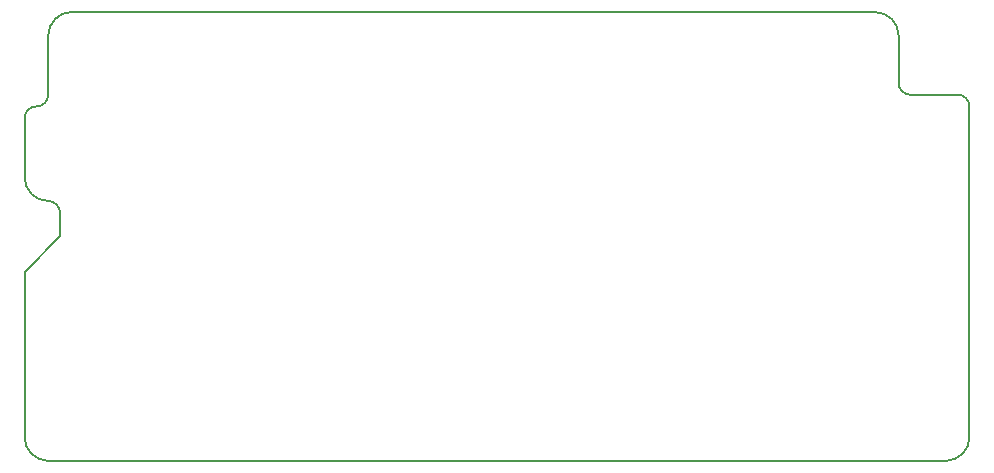
<source format=gko>
G04 #@! TF.FileFunction,Profile,NP*
%FSLAX46Y46*%
G04 Gerber Fmt 4.6, Leading zero omitted, Abs format (unit mm)*
G04 Created by KiCad (PCBNEW 4.0.7) date 06/15/19 08:14:30*
%MOMM*%
%LPD*%
G01*
G04 APERTURE LIST*
%ADD10C,0.100000*%
%ADD11C,0.150000*%
G04 APERTURE END LIST*
D10*
D11*
X130998000Y-122365000D02*
X130998000Y-108365000D01*
X210998000Y-122365000D02*
X210998000Y-94365000D01*
X133998000Y-103365000D02*
G75*
G03X132998000Y-102365000I-1000000J0D01*
G01*
X130998000Y-100365000D02*
X130998000Y-95365000D01*
X130998000Y-122365000D02*
G75*
G03X132998000Y-124365000I2000000J0D01*
G01*
X132998000Y-124365000D02*
X208998000Y-124365000D01*
X208998000Y-124365000D02*
G75*
G03X210998000Y-122365000I0J2000000D01*
G01*
X204998000Y-88365000D02*
X204998000Y-90365000D01*
X204998000Y-88365000D02*
G75*
G03X202998000Y-86365000I-2000000J0D01*
G01*
X134998000Y-86365000D02*
X202998000Y-86365000D01*
X132998000Y-93365000D02*
X132998000Y-88365000D01*
X134998000Y-86365000D02*
G75*
G03X132998000Y-88365000I0J-2000000D01*
G01*
X131998000Y-94365000D02*
G75*
G03X132998000Y-93365000I0J1000000D01*
G01*
X131998000Y-94365000D02*
G75*
G03X130998000Y-95365000I0J-1000000D01*
G01*
X130998000Y-100365000D02*
G75*
G03X132998000Y-102365000I2000000J0D01*
G01*
X133998000Y-103365000D02*
X133998000Y-105365000D01*
X204998000Y-90365000D02*
X204998000Y-92365000D01*
X205998000Y-93365000D02*
X209998000Y-93365000D01*
X210998000Y-94365000D02*
G75*
G03X209998000Y-93365000I-1000000J0D01*
G01*
X204998000Y-92365000D02*
G75*
G03X205998000Y-93365000I1000000J0D01*
G01*
X133998000Y-105365000D02*
X130998000Y-108365000D01*
M02*

</source>
